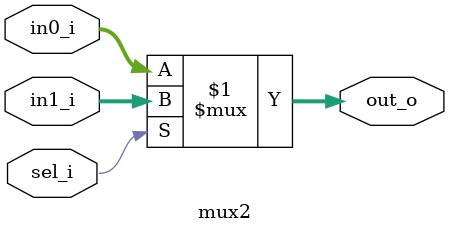
<source format=sv>
`timescale 1ns / 1ps

module mux2 #(
  parameter DataWidth = 32
) (
  input  logic sel_i,
  input  logic [DataWidth-1:0] in0_i,
  input  logic [DataWidth-1:0] in1_i,
  output logic [DataWidth-1:0] out_o
);

assign out_o = (sel_i) ? in1_i : in0_i;

endmodule

</source>
